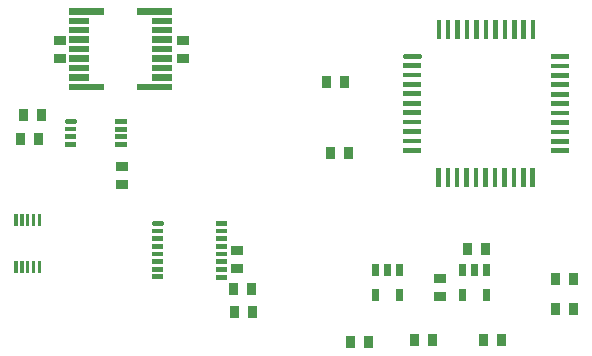
<source format=gbr>
G04 start of page 8 for group -4015 idx -4015
G04 Title: (unknown), toppaste *
G04 Creator: pcb 20070208 *
G04 CreationDate: Fri Sep 21 18:13:03 2007 UTC *
G04 For: sean *
G04 Format: Gerber/RS-274X *
G04 PCB-Dimensions: 266220 195850 *
G04 PCB-Coordinate-Origin: lower left *
%MOIN*%
%FSLAX24Y24*%
%LNFRONTPASTE*%
%ADD24R,0.0300X0.0300*%
%ADD25R,0.0240X0.0240*%
%ADD26R,0.0160X0.0160*%
%ADD27R,0.0216X0.0216*%
%ADD28C,0.0160*%
%ADD29R,0.0118X0.0118*%
%ADD30C,0.0150*%
%ADD31R,0.0150X0.0150*%
G54D28*X6624Y9431D02*X6844D01*
G54D26*X6624Y9171D02*X6844D01*
X6624Y8921D02*X6844D01*
X6624Y8661D02*X6844D01*
X6624Y8401D02*X6844D01*
X6624Y8151D02*X6844D01*
X6624Y7891D02*X6844D01*
X6624Y7641D02*X6844D01*
X8744Y7631D02*X8964D01*
X8744Y7891D02*X8964D01*
X8744Y8141D02*X8964D01*
X8744Y8401D02*X8964D01*
X8744Y8661D02*X8964D01*
X8744Y8911D02*X8964D01*
X8744Y9171D02*X8964D01*
X8744Y9421D02*X8964D01*
G54D24*X12500Y11835D02*Y11735D01*
X13100Y11835D02*Y11735D01*
X9274Y7281D02*Y7181D01*
X9874Y7281D02*Y7181D01*
G54D30*X14970Y14995D02*X15430D01*
G54D31*X14970Y14685D02*X15430D01*
X14970Y14375D02*X15430D01*
X14970Y14055D02*X15430D01*
X14970Y13745D02*X15430D01*
X14970Y13425D02*X15430D01*
X14970Y13115D02*X15430D01*
X14970Y12795D02*X15430D01*
X14970Y12485D02*X15430D01*
X14970Y12165D02*X15430D01*
X14970Y11855D02*X15430D01*
X16090Y11185D02*Y10725D01*
X16400Y11185D02*Y10725D01*
X16710Y11185D02*Y10725D01*
X17030Y11185D02*Y10725D01*
X17340Y11185D02*Y10725D01*
X17660Y11185D02*Y10725D01*
X17970Y11185D02*Y10725D01*
X18290Y11185D02*Y10725D01*
X18600Y11185D02*Y10725D01*
X18920Y11185D02*Y10725D01*
X19230Y11185D02*Y10725D01*
X19900Y11845D02*X20360D01*
X19900Y12155D02*X20360D01*
X19900Y12465D02*X20360D01*
X19900Y12785D02*X20360D01*
X19900Y13095D02*X20360D01*
X19900Y13415D02*X20360D01*
X19900Y13725D02*X20360D01*
X19900Y14045D02*X20360D01*
X19900Y14355D02*X20360D01*
X19900Y14675D02*X20360D01*
X19900Y14985D02*X20360D01*
X19240Y16115D02*Y15655D01*
X18930Y16115D02*Y15655D01*
X18620Y16115D02*Y15655D01*
X18300Y16115D02*Y15655D01*
X17990Y16115D02*Y15655D01*
X17670Y16115D02*Y15655D01*
X17360Y16115D02*Y15655D01*
X17040Y16115D02*Y15655D01*
X16730Y16115D02*Y15655D01*
X16410Y16115D02*Y15655D01*
X16100Y16115D02*Y15655D01*
G54D24*X7524Y14931D02*X7624D01*
X7524Y15531D02*X7624D01*
X2274Y13081D02*Y12981D01*
X2874Y13081D02*Y12981D01*
G54D27*X3879Y16491D02*X4844D01*
X3879Y16176D02*X4332D01*
X3879Y15861D02*X4332D01*
X3879Y15546D02*X4332D01*
X3879Y15231D02*X4332D01*
X3879Y14916D02*X4332D01*
X3879Y14601D02*X4332D01*
X3879Y14286D02*X4332D01*
X3879Y13971D02*X4844D01*
X6143D02*X7107D01*
X6655Y14286D02*X7107D01*
X6655Y14601D02*X7107D01*
X6655Y14916D02*X7107D01*
X6655Y15231D02*X7107D01*
X6654Y15546D02*X7107D01*
X6655Y15861D02*X7107D01*
X6655Y16176D02*X7107D01*
X6143Y16491D02*X7107D01*
G54D24*X15900Y5585D02*Y5485D01*
X15300Y5585D02*Y5485D01*
G54D29*X2004Y8103D02*Y7828D01*
X2200Y8103D02*Y7828D01*
X2397Y8103D02*Y7828D01*
X2594Y8103D02*Y7828D01*
X2791Y8103D02*Y7828D01*
Y9678D02*Y9403D01*
X2594Y9678D02*Y9403D01*
X2397Y9678D02*Y9403D01*
X2200Y9678D02*Y9403D01*
X2004Y9678D02*Y9403D01*
G54D28*X3724Y12831D02*X3944D01*
G54D26*X3724Y12571D02*X3944D01*
X3724Y12321D02*X3944D01*
X3724Y12061D02*X3944D01*
X5394Y12051D02*X5614D01*
X5394Y12311D02*X5614D01*
X5394Y12561D02*X5614D01*
X5394Y12821D02*X5614D01*
G54D24*X5500Y10735D02*X5600D01*
X5500Y11335D02*X5600D01*
X2174Y12281D02*Y12181D01*
X2774Y12281D02*Y12181D01*
X3424Y14931D02*X3524D01*
X3424Y15531D02*X3524D01*
X17650Y8635D02*Y8535D01*
X17050Y8635D02*Y8535D01*
X12959Y14189D02*Y14089D01*
X12359Y14189D02*Y14089D01*
G54D25*X14000Y7935D02*Y7775D01*
X14390Y7935D02*Y7775D01*
X14780Y7935D02*Y7775D01*
Y7115D02*Y6955D01*
X14000Y7115D02*Y6955D01*
G54D24*X20000Y6635D02*Y6535D01*
X20600Y6635D02*Y6535D01*
X20000Y7635D02*Y7535D01*
X20600Y7635D02*Y7535D01*
X13150Y5535D02*Y5435D01*
X13750Y5535D02*Y5435D01*
X18200Y5585D02*Y5485D01*
X17600Y5585D02*Y5485D01*
G54D25*X16900Y7935D02*Y7775D01*
X17290Y7935D02*Y7775D01*
X17680Y7935D02*Y7775D01*
Y7115D02*Y6955D01*
X16900Y7115D02*Y6955D01*
G54D24*X9324Y8531D02*X9424D01*
X9324Y7931D02*X9424D01*
X16100Y7585D02*X16200D01*
X16100Y6985D02*X16200D01*
X9900Y6535D02*Y6435D01*
X9300Y6535D02*Y6435D01*
M02*

</source>
